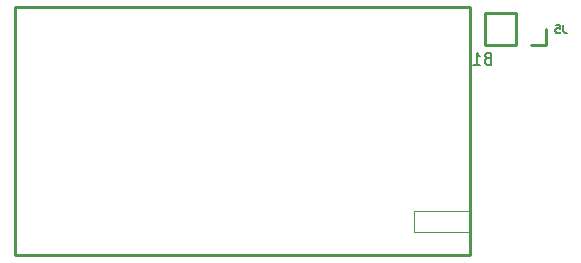
<source format=gbo>
%TF.GenerationSoftware,KiCad,Pcbnew,(5.1.10)-1*%
%TF.CreationDate,2021-09-27T23:11:59+02:00*%
%TF.ProjectId,MLGC210815,4d4c4743-3231-4303-9831-352e6b696361,rev?*%
%TF.SameCoordinates,Original*%
%TF.FileFunction,Legend,Bot*%
%TF.FilePolarity,Positive*%
%FSLAX46Y46*%
G04 Gerber Fmt 4.6, Leading zero omitted, Abs format (unit mm)*
G04 Created by KiCad (PCBNEW (5.1.10)-1) date 2021-09-27 23:11:59*
%MOMM*%
%LPD*%
G01*
G04 APERTURE LIST*
%ADD10C,0.256000*%
%ADD11C,0.254000*%
%ADD12C,0.120000*%
%ADD13C,0.170000*%
%ADD14C,0.150000*%
G04 APERTURE END LIST*
D10*
%TO.C,J5*%
X88452000Y20768000D02*
X88452000Y22098000D01*
X87122000Y20768000D02*
X88452000Y20768000D01*
X85852000Y20768000D02*
X85852000Y23428000D01*
X85852000Y23428000D02*
X83252000Y23428000D01*
X85852000Y20768000D02*
X83252000Y20768000D01*
X83252000Y20768000D02*
X83252000Y23428000D01*
D11*
%TO.C,B1*%
X43488000Y2962000D02*
X43488000Y23962000D01*
X43488000Y23962000D02*
X81988000Y23962000D01*
X43488000Y2962000D02*
X81988000Y2962000D01*
X81988000Y2962000D02*
X81988000Y23962000D01*
D12*
X81915000Y4953000D02*
X77216000Y4953000D01*
X77216000Y4953000D02*
X77216000Y6731000D01*
X77216000Y6731000D02*
X81915000Y6731000D01*
%TO.C,J5*%
D13*
X89895333Y22481333D02*
X89895333Y21981333D01*
X89928666Y21881333D01*
X89995333Y21814666D01*
X90095333Y21781333D01*
X90162000Y21781333D01*
X89228666Y22481333D02*
X89562000Y22481333D01*
X89595333Y22148000D01*
X89562000Y22181333D01*
X89495333Y22214666D01*
X89328666Y22214666D01*
X89262000Y22181333D01*
X89228666Y22148000D01*
X89195333Y22081333D01*
X89195333Y21914666D01*
X89228666Y21848000D01*
X89262000Y21814666D01*
X89328666Y21781333D01*
X89495333Y21781333D01*
X89562000Y21814666D01*
X89595333Y21848000D01*
%TO.C,B1*%
D14*
X83462761Y19629428D02*
X83319904Y19581809D01*
X83272285Y19534190D01*
X83224666Y19438952D01*
X83224666Y19296095D01*
X83272285Y19200857D01*
X83319904Y19153238D01*
X83415142Y19105619D01*
X83796095Y19105619D01*
X83796095Y20105619D01*
X83462761Y20105619D01*
X83367523Y20058000D01*
X83319904Y20010380D01*
X83272285Y19915142D01*
X83272285Y19819904D01*
X83319904Y19724666D01*
X83367523Y19677047D01*
X83462761Y19629428D01*
X83796095Y19629428D01*
X82272285Y19105619D02*
X82843714Y19105619D01*
X82558000Y19105619D02*
X82558000Y20105619D01*
X82653238Y19962761D01*
X82748476Y19867523D01*
X82843714Y19819904D01*
%TD*%
M02*

</source>
